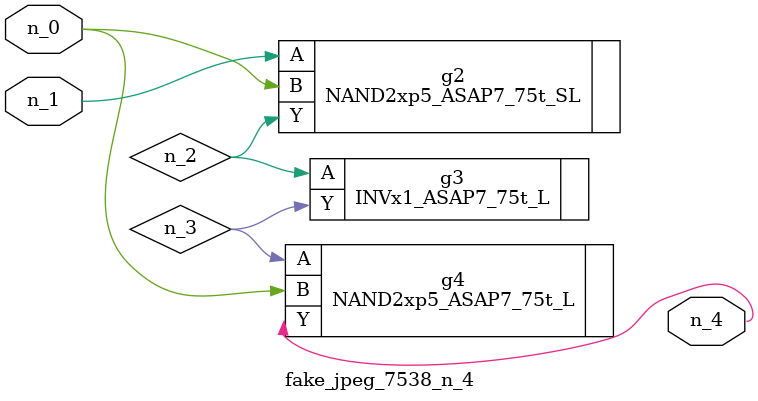
<source format=v>
module fake_jpeg_7538_n_4 (n_0, n_1, n_4);

input n_0;
input n_1;

output n_4;

wire n_2;
wire n_3;

NAND2xp5_ASAP7_75t_SL g2 ( 
.A(n_1),
.B(n_0),
.Y(n_2)
);

INVx1_ASAP7_75t_L g3 ( 
.A(n_2),
.Y(n_3)
);

NAND2xp5_ASAP7_75t_L g4 ( 
.A(n_3),
.B(n_0),
.Y(n_4)
);


endmodule
</source>
